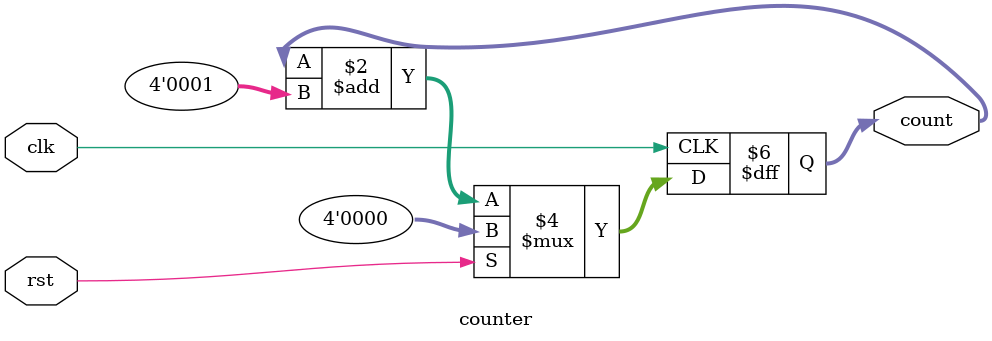
<source format=sv>
module counter (
  input  logic       clk, rst,
  output logic [3:0] count
);
  always_ff @(posedge clk) begin
    if (rst) count <= 4'd0;
    else     count <= count + 4'd1;
  end
endmodule

</source>
